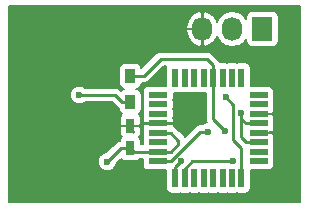
<source format=gbl>
G04 #@! TF.FileFunction,Copper,L2,Bot,Signal*
%FSLAX46Y46*%
G04 Gerber Fmt 4.6, Leading zero omitted, Abs format (unit mm)*
G04 Created by KiCad (PCBNEW 4.0.1-stable) date Monday, January 04, 2016 'pmt' 12:50:12 pm*
%MOMM*%
G01*
G04 APERTURE LIST*
%ADD10C,0.100000*%
%ADD11R,0.750000X1.200000*%
%ADD12R,1.727200X2.032000*%
%ADD13O,1.727200X2.032000*%
%ADD14R,0.900000X1.200000*%
%ADD15R,1.600000X0.550000*%
%ADD16R,0.550000X1.600000*%
%ADD17C,0.600000*%
%ADD18C,0.250000*%
%ADD19C,0.200000*%
G04 APERTURE END LIST*
D10*
D11*
X134366000Y-130744000D03*
X134366000Y-128844000D03*
D12*
X145542000Y-120650000D03*
D13*
X143002000Y-120650000D03*
X140462000Y-120650000D03*
D14*
X134366000Y-124630000D03*
X134366000Y-126830000D03*
D15*
X145220000Y-126232000D03*
X145220000Y-127032000D03*
X145220000Y-127832000D03*
X145220000Y-128632000D03*
X145220000Y-129432000D03*
X145220000Y-130232000D03*
X145220000Y-131032000D03*
X145220000Y-131832000D03*
D16*
X143770000Y-133282000D03*
X142970000Y-133282000D03*
X142170000Y-133282000D03*
X141370000Y-133282000D03*
X140570000Y-133282000D03*
X139770000Y-133282000D03*
X138970000Y-133282000D03*
X138170000Y-133282000D03*
D15*
X136720000Y-131832000D03*
X136720000Y-131032000D03*
X136720000Y-130232000D03*
X136720000Y-129432000D03*
X136720000Y-128632000D03*
X136720000Y-127832000D03*
X136720000Y-127032000D03*
X136720000Y-126232000D03*
D16*
X138170000Y-124782000D03*
X138970000Y-124782000D03*
X139770000Y-124782000D03*
X140570000Y-124782000D03*
X141370000Y-124782000D03*
X142170000Y-124782000D03*
X142970000Y-124782000D03*
X143770000Y-124782000D03*
D17*
X130048000Y-126238000D03*
X132422835Y-131891117D03*
X143764000Y-127762000D03*
X131664339Y-129278523D03*
X130959476Y-128941411D03*
X147347577Y-134825499D03*
X142448919Y-126445279D03*
X143037598Y-131826000D03*
X138684000Y-131826000D03*
X140932991Y-129351839D03*
X142405298Y-129289888D03*
D18*
X133074000Y-126238000D02*
X130048000Y-126238000D01*
X134366000Y-126830000D02*
X133666000Y-126830000D01*
X133666000Y-126830000D02*
X133074000Y-126238000D01*
X134366000Y-130744000D02*
X133569952Y-130744000D01*
X132722834Y-131591118D02*
X132422835Y-131891117D01*
X133569952Y-130744000D02*
X132722834Y-131591118D01*
X136720000Y-131032000D02*
X134654000Y-131032000D01*
X134654000Y-131032000D02*
X134366000Y-130744000D01*
X145220000Y-130232000D02*
X144170000Y-130232000D01*
X144170000Y-130232000D02*
X143764000Y-129826000D01*
X143764000Y-129826000D02*
X143764000Y-128226000D01*
X145220000Y-128632000D02*
X144170000Y-128632000D01*
X144170000Y-128632000D02*
X143764000Y-128226000D01*
X143764000Y-128226000D02*
X143764000Y-127762000D01*
X138430000Y-130372000D02*
X138430000Y-130092000D01*
X138430000Y-130092000D02*
X137770000Y-129432000D01*
X137770000Y-129432000D02*
X136720000Y-129432000D01*
X136720000Y-131032000D02*
X137770000Y-131032000D01*
X137770000Y-131032000D02*
X138430000Y-130372000D01*
X131259475Y-129241410D02*
X130959476Y-128941411D01*
X131370065Y-129352000D02*
X131259475Y-129241410D01*
X131384000Y-129352000D02*
X131370065Y-129352000D01*
X134554000Y-129286000D02*
X134620000Y-129352000D01*
X143089644Y-127086004D02*
X142448919Y-126445279D01*
X143089644Y-130014149D02*
X143089644Y-127086004D01*
X143770000Y-130694505D02*
X143089644Y-130014149D01*
X143770000Y-133282000D02*
X143770000Y-130694505D01*
X139609002Y-131826000D02*
X143037598Y-131826000D01*
X138970000Y-132465002D02*
X139609002Y-131826000D01*
X138970000Y-133282000D02*
X138970000Y-132465002D01*
X138170000Y-133282000D02*
X138170000Y-132340000D01*
X138170000Y-132340000D02*
X138684000Y-131826000D01*
X140250161Y-129351839D02*
X140932991Y-129351839D01*
X137770000Y-131832000D02*
X140250161Y-129351839D01*
X136720000Y-131832000D02*
X137770000Y-131832000D01*
X141370000Y-128254590D02*
X142405298Y-129289888D01*
X141370000Y-124782000D02*
X141370000Y-128254590D01*
X136930000Y-123190000D02*
X135490000Y-124630000D01*
X135490000Y-124630000D02*
X134366000Y-124630000D01*
X141370000Y-123732000D02*
X141370000Y-124782000D01*
X140828000Y-123190000D02*
X141370000Y-123732000D01*
X136930000Y-123190000D02*
X140828000Y-123190000D01*
D19*
G36*
X148744000Y-135282000D02*
X124052000Y-135282000D01*
X124052000Y-126396432D01*
X129247861Y-126396432D01*
X129369397Y-126690572D01*
X129594245Y-126915812D01*
X129888172Y-127037861D01*
X130206432Y-127038139D01*
X130500572Y-126916603D01*
X130554268Y-126863000D01*
X132815116Y-126863000D01*
X133224056Y-127271939D01*
X133224058Y-127271942D01*
X133296069Y-127320058D01*
X133406205Y-127393649D01*
X133406205Y-127430000D01*
X133441069Y-127615289D01*
X133550575Y-127785465D01*
X133664552Y-127863342D01*
X133567120Y-127960773D01*
X133491000Y-128144544D01*
X133491000Y-128694000D01*
X133616000Y-128819000D01*
X134341000Y-128819000D01*
X134341000Y-128799000D01*
X134391000Y-128799000D01*
X134391000Y-128819000D01*
X135116000Y-128819000D01*
X135241000Y-128694000D01*
X135241000Y-128144544D01*
X135164880Y-127960773D01*
X135066850Y-127862743D01*
X135171465Y-127795425D01*
X135285630Y-127628339D01*
X135325795Y-127430000D01*
X135325795Y-126230000D01*
X135290931Y-126044711D01*
X135181425Y-125874535D01*
X135014339Y-125760370D01*
X134866145Y-125730360D01*
X135001289Y-125704931D01*
X135171465Y-125595425D01*
X135285630Y-125428339D01*
X135320732Y-125255000D01*
X135490000Y-125255000D01*
X135729177Y-125207425D01*
X135931942Y-125071942D01*
X137188883Y-123815000D01*
X137419024Y-123815000D01*
X137385205Y-123982000D01*
X137385205Y-125447205D01*
X135920000Y-125447205D01*
X135734711Y-125482069D01*
X135564535Y-125591575D01*
X135450370Y-125758661D01*
X135410205Y-125957000D01*
X135410205Y-126507000D01*
X135434589Y-126636590D01*
X135410205Y-126757000D01*
X135410205Y-127307000D01*
X135434589Y-127436590D01*
X135410205Y-127557000D01*
X135410205Y-128107000D01*
X135432743Y-128226780D01*
X135420000Y-128257544D01*
X135420000Y-128482000D01*
X135545000Y-128607000D01*
X135871631Y-128607000D01*
X135920000Y-128616795D01*
X137520000Y-128616795D01*
X137572057Y-128607000D01*
X137895000Y-128607000D01*
X138020000Y-128482000D01*
X138020000Y-128257544D01*
X138006103Y-128223994D01*
X138029795Y-128107000D01*
X138029795Y-127557000D01*
X138005411Y-127427410D01*
X138029795Y-127307000D01*
X138029795Y-126757000D01*
X138005411Y-126627410D01*
X138029795Y-126507000D01*
X138029795Y-126091795D01*
X138445000Y-126091795D01*
X138574590Y-126067411D01*
X138695000Y-126091795D01*
X139245000Y-126091795D01*
X139374590Y-126067411D01*
X139495000Y-126091795D01*
X140045000Y-126091795D01*
X140174590Y-126067411D01*
X140295000Y-126091795D01*
X140745000Y-126091795D01*
X140745000Y-128254590D01*
X140792575Y-128493767D01*
X140831318Y-128551750D01*
X140774559Y-128551700D01*
X140480419Y-128673236D01*
X140426723Y-128726839D01*
X140250161Y-128726839D01*
X140010983Y-128774414D01*
X139808219Y-128909897D01*
X138950495Y-129767621D01*
X138871942Y-129650058D01*
X138211942Y-128990058D01*
X138020000Y-128861807D01*
X138020000Y-128782000D01*
X137895000Y-128657000D01*
X137568369Y-128657000D01*
X137520000Y-128647205D01*
X135920000Y-128647205D01*
X135867943Y-128657000D01*
X135545000Y-128657000D01*
X135420000Y-128782000D01*
X135420000Y-129006456D01*
X135433897Y-129040006D01*
X135410205Y-129157000D01*
X135410205Y-129707000D01*
X135434589Y-129836590D01*
X135410205Y-129957000D01*
X135410205Y-130407000D01*
X135250795Y-130407000D01*
X135250795Y-130144000D01*
X135215931Y-129958711D01*
X135106425Y-129788535D01*
X135104730Y-129787377D01*
X135164880Y-129727227D01*
X135241000Y-129543456D01*
X135241000Y-128994000D01*
X135116000Y-128869000D01*
X134391000Y-128869000D01*
X134391000Y-128889000D01*
X134341000Y-128889000D01*
X134341000Y-128869000D01*
X133616000Y-128869000D01*
X133491000Y-128994000D01*
X133491000Y-129543456D01*
X133567120Y-129727227D01*
X133628607Y-129788714D01*
X133521370Y-129945661D01*
X133482755Y-130136344D01*
X133330775Y-130166575D01*
X133128010Y-130302058D01*
X132339025Y-131091043D01*
X132264403Y-131090978D01*
X131970263Y-131212514D01*
X131745023Y-131437362D01*
X131622974Y-131731289D01*
X131622696Y-132049549D01*
X131744232Y-132343689D01*
X131969080Y-132568929D01*
X132263007Y-132690978D01*
X132581267Y-132691256D01*
X132875407Y-132569720D01*
X133100647Y-132344872D01*
X133222696Y-132050945D01*
X133222762Y-131975074D01*
X133575770Y-131622066D01*
X133625575Y-131699465D01*
X133792661Y-131813630D01*
X133991000Y-131853795D01*
X134741000Y-131853795D01*
X134926289Y-131818931D01*
X135096465Y-131709425D01*
X135132285Y-131657000D01*
X135410205Y-131657000D01*
X135410205Y-132107000D01*
X135445069Y-132292289D01*
X135554575Y-132462465D01*
X135721661Y-132576630D01*
X135920000Y-132616795D01*
X137385205Y-132616795D01*
X137385205Y-134082000D01*
X137420069Y-134267289D01*
X137529575Y-134437465D01*
X137696661Y-134551630D01*
X137895000Y-134591795D01*
X138445000Y-134591795D01*
X138574590Y-134567411D01*
X138695000Y-134591795D01*
X139245000Y-134591795D01*
X139374590Y-134567411D01*
X139495000Y-134591795D01*
X140045000Y-134591795D01*
X140174590Y-134567411D01*
X140295000Y-134591795D01*
X140845000Y-134591795D01*
X140974590Y-134567411D01*
X141095000Y-134591795D01*
X141645000Y-134591795D01*
X141774590Y-134567411D01*
X141895000Y-134591795D01*
X142445000Y-134591795D01*
X142574590Y-134567411D01*
X142695000Y-134591795D01*
X143245000Y-134591795D01*
X143374590Y-134567411D01*
X143495000Y-134591795D01*
X144045000Y-134591795D01*
X144230289Y-134556931D01*
X144400465Y-134447425D01*
X144514630Y-134280339D01*
X144554795Y-134082000D01*
X144554795Y-132616795D01*
X146020000Y-132616795D01*
X146205289Y-132581931D01*
X146375465Y-132472425D01*
X146489630Y-132305339D01*
X146529795Y-132107000D01*
X146529795Y-131557000D01*
X146505411Y-131427410D01*
X146529795Y-131307000D01*
X146529795Y-130757000D01*
X146505411Y-130627410D01*
X146529795Y-130507000D01*
X146529795Y-129957000D01*
X146507257Y-129837220D01*
X146520000Y-129806456D01*
X146520000Y-129582000D01*
X146395000Y-129457000D01*
X146068369Y-129457000D01*
X146020000Y-129447205D01*
X145175000Y-129447205D01*
X145175000Y-129416795D01*
X146020000Y-129416795D01*
X146072057Y-129407000D01*
X146395000Y-129407000D01*
X146520000Y-129282000D01*
X146520000Y-129057544D01*
X146506103Y-129023994D01*
X146529795Y-128907000D01*
X146529795Y-128357000D01*
X146507257Y-128237220D01*
X146520000Y-128206456D01*
X146520000Y-127982000D01*
X146395000Y-127857000D01*
X146068369Y-127857000D01*
X146020000Y-127847205D01*
X145175000Y-127847205D01*
X145175000Y-127816795D01*
X146020000Y-127816795D01*
X146072057Y-127807000D01*
X146395000Y-127807000D01*
X146520000Y-127682000D01*
X146520000Y-127457544D01*
X146506103Y-127423994D01*
X146529795Y-127307000D01*
X146529795Y-126757000D01*
X146505411Y-126627410D01*
X146529795Y-126507000D01*
X146529795Y-125957000D01*
X146494931Y-125771711D01*
X146385425Y-125601535D01*
X146218339Y-125487370D01*
X146020000Y-125447205D01*
X144554795Y-125447205D01*
X144554795Y-123982000D01*
X144519931Y-123796711D01*
X144410425Y-123626535D01*
X144243339Y-123512370D01*
X144045000Y-123472205D01*
X143495000Y-123472205D01*
X143365410Y-123496589D01*
X143245000Y-123472205D01*
X142695000Y-123472205D01*
X142565410Y-123496589D01*
X142445000Y-123472205D01*
X141933649Y-123472205D01*
X141811942Y-123290058D01*
X141269942Y-122748058D01*
X141067177Y-122612575D01*
X140828000Y-122565000D01*
X136930005Y-122565000D01*
X136930000Y-122564999D01*
X136690823Y-122612575D01*
X136488058Y-122748058D01*
X136488056Y-122748061D01*
X135306842Y-123929274D01*
X135290931Y-123844711D01*
X135181425Y-123674535D01*
X135014339Y-123560370D01*
X134816000Y-123520205D01*
X133916000Y-123520205D01*
X133730711Y-123555069D01*
X133560535Y-123664575D01*
X133446370Y-123831661D01*
X133406205Y-124030000D01*
X133406205Y-125230000D01*
X133441069Y-125415289D01*
X133550575Y-125585465D01*
X133717661Y-125699630D01*
X133865855Y-125729640D01*
X133730711Y-125755069D01*
X133575092Y-125855208D01*
X133515942Y-125796058D01*
X133313177Y-125660575D01*
X133074000Y-125613000D01*
X130554475Y-125613000D01*
X130501755Y-125560188D01*
X130207828Y-125438139D01*
X129889568Y-125437861D01*
X129595428Y-125559397D01*
X129370188Y-125784245D01*
X129248139Y-126078172D01*
X129247861Y-126396432D01*
X124052000Y-126396432D01*
X124052000Y-120675000D01*
X139098400Y-120675000D01*
X139098400Y-120827400D01*
X139211765Y-121347324D01*
X139515467Y-121784288D01*
X139963270Y-122071769D01*
X140224030Y-122145075D01*
X140437000Y-122040748D01*
X140437000Y-120675000D01*
X139098400Y-120675000D01*
X124052000Y-120675000D01*
X124052000Y-120472600D01*
X139098400Y-120472600D01*
X139098400Y-120625000D01*
X140437000Y-120625000D01*
X140437000Y-119259252D01*
X140487000Y-119259252D01*
X140487000Y-120625000D01*
X140507000Y-120625000D01*
X140507000Y-120675000D01*
X140487000Y-120675000D01*
X140487000Y-122040748D01*
X140699970Y-122145075D01*
X140960730Y-122071769D01*
X141408533Y-121784288D01*
X141712235Y-121347324D01*
X141727217Y-121278612D01*
X141742198Y-121353927D01*
X142037789Y-121796311D01*
X142480173Y-122091902D01*
X143002000Y-122195700D01*
X143523827Y-122091902D01*
X143966211Y-121796311D01*
X144168605Y-121493406D01*
X144168605Y-121666000D01*
X144203469Y-121851289D01*
X144312975Y-122021465D01*
X144480061Y-122135630D01*
X144678400Y-122175795D01*
X146405600Y-122175795D01*
X146590889Y-122140931D01*
X146761065Y-122031425D01*
X146875230Y-121864339D01*
X146915395Y-121666000D01*
X146915395Y-119634000D01*
X146880531Y-119448711D01*
X146771025Y-119278535D01*
X146603939Y-119164370D01*
X146405600Y-119124205D01*
X144678400Y-119124205D01*
X144493111Y-119159069D01*
X144322935Y-119268575D01*
X144208770Y-119435661D01*
X144168605Y-119634000D01*
X144168605Y-119806594D01*
X143966211Y-119503689D01*
X143523827Y-119208098D01*
X143002000Y-119104300D01*
X142480173Y-119208098D01*
X142037789Y-119503689D01*
X141742198Y-119946073D01*
X141727217Y-120021388D01*
X141712235Y-119952676D01*
X141408533Y-119515712D01*
X140960730Y-119228231D01*
X140699970Y-119154925D01*
X140487000Y-119259252D01*
X140437000Y-119259252D01*
X140224030Y-119154925D01*
X139963270Y-119228231D01*
X139515467Y-119515712D01*
X139211765Y-119952676D01*
X139098400Y-120472600D01*
X124052000Y-120472600D01*
X124052000Y-118718000D01*
X148744000Y-118718000D01*
X148744000Y-135282000D01*
X148744000Y-135282000D01*
G37*
X148744000Y-135282000D02*
X124052000Y-135282000D01*
X124052000Y-126396432D01*
X129247861Y-126396432D01*
X129369397Y-126690572D01*
X129594245Y-126915812D01*
X129888172Y-127037861D01*
X130206432Y-127038139D01*
X130500572Y-126916603D01*
X130554268Y-126863000D01*
X132815116Y-126863000D01*
X133224056Y-127271939D01*
X133224058Y-127271942D01*
X133296069Y-127320058D01*
X133406205Y-127393649D01*
X133406205Y-127430000D01*
X133441069Y-127615289D01*
X133550575Y-127785465D01*
X133664552Y-127863342D01*
X133567120Y-127960773D01*
X133491000Y-128144544D01*
X133491000Y-128694000D01*
X133616000Y-128819000D01*
X134341000Y-128819000D01*
X134341000Y-128799000D01*
X134391000Y-128799000D01*
X134391000Y-128819000D01*
X135116000Y-128819000D01*
X135241000Y-128694000D01*
X135241000Y-128144544D01*
X135164880Y-127960773D01*
X135066850Y-127862743D01*
X135171465Y-127795425D01*
X135285630Y-127628339D01*
X135325795Y-127430000D01*
X135325795Y-126230000D01*
X135290931Y-126044711D01*
X135181425Y-125874535D01*
X135014339Y-125760370D01*
X134866145Y-125730360D01*
X135001289Y-125704931D01*
X135171465Y-125595425D01*
X135285630Y-125428339D01*
X135320732Y-125255000D01*
X135490000Y-125255000D01*
X135729177Y-125207425D01*
X135931942Y-125071942D01*
X137188883Y-123815000D01*
X137419024Y-123815000D01*
X137385205Y-123982000D01*
X137385205Y-125447205D01*
X135920000Y-125447205D01*
X135734711Y-125482069D01*
X135564535Y-125591575D01*
X135450370Y-125758661D01*
X135410205Y-125957000D01*
X135410205Y-126507000D01*
X135434589Y-126636590D01*
X135410205Y-126757000D01*
X135410205Y-127307000D01*
X135434589Y-127436590D01*
X135410205Y-127557000D01*
X135410205Y-128107000D01*
X135432743Y-128226780D01*
X135420000Y-128257544D01*
X135420000Y-128482000D01*
X135545000Y-128607000D01*
X135871631Y-128607000D01*
X135920000Y-128616795D01*
X137520000Y-128616795D01*
X137572057Y-128607000D01*
X137895000Y-128607000D01*
X138020000Y-128482000D01*
X138020000Y-128257544D01*
X138006103Y-128223994D01*
X138029795Y-128107000D01*
X138029795Y-127557000D01*
X138005411Y-127427410D01*
X138029795Y-127307000D01*
X138029795Y-126757000D01*
X138005411Y-126627410D01*
X138029795Y-126507000D01*
X138029795Y-126091795D01*
X138445000Y-126091795D01*
X138574590Y-126067411D01*
X138695000Y-126091795D01*
X139245000Y-126091795D01*
X139374590Y-126067411D01*
X139495000Y-126091795D01*
X140045000Y-126091795D01*
X140174590Y-126067411D01*
X140295000Y-126091795D01*
X140745000Y-126091795D01*
X140745000Y-128254590D01*
X140792575Y-128493767D01*
X140831318Y-128551750D01*
X140774559Y-128551700D01*
X140480419Y-128673236D01*
X140426723Y-128726839D01*
X140250161Y-128726839D01*
X140010983Y-128774414D01*
X139808219Y-128909897D01*
X138950495Y-129767621D01*
X138871942Y-129650058D01*
X138211942Y-128990058D01*
X138020000Y-128861807D01*
X138020000Y-128782000D01*
X137895000Y-128657000D01*
X137568369Y-128657000D01*
X137520000Y-128647205D01*
X135920000Y-128647205D01*
X135867943Y-128657000D01*
X135545000Y-128657000D01*
X135420000Y-128782000D01*
X135420000Y-129006456D01*
X135433897Y-129040006D01*
X135410205Y-129157000D01*
X135410205Y-129707000D01*
X135434589Y-129836590D01*
X135410205Y-129957000D01*
X135410205Y-130407000D01*
X135250795Y-130407000D01*
X135250795Y-130144000D01*
X135215931Y-129958711D01*
X135106425Y-129788535D01*
X135104730Y-129787377D01*
X135164880Y-129727227D01*
X135241000Y-129543456D01*
X135241000Y-128994000D01*
X135116000Y-128869000D01*
X134391000Y-128869000D01*
X134391000Y-128889000D01*
X134341000Y-128889000D01*
X134341000Y-128869000D01*
X133616000Y-128869000D01*
X133491000Y-128994000D01*
X133491000Y-129543456D01*
X133567120Y-129727227D01*
X133628607Y-129788714D01*
X133521370Y-129945661D01*
X133482755Y-130136344D01*
X133330775Y-130166575D01*
X133128010Y-130302058D01*
X132339025Y-131091043D01*
X132264403Y-131090978D01*
X131970263Y-131212514D01*
X131745023Y-131437362D01*
X131622974Y-131731289D01*
X131622696Y-132049549D01*
X131744232Y-132343689D01*
X131969080Y-132568929D01*
X132263007Y-132690978D01*
X132581267Y-132691256D01*
X132875407Y-132569720D01*
X133100647Y-132344872D01*
X133222696Y-132050945D01*
X133222762Y-131975074D01*
X133575770Y-131622066D01*
X133625575Y-131699465D01*
X133792661Y-131813630D01*
X133991000Y-131853795D01*
X134741000Y-131853795D01*
X134926289Y-131818931D01*
X135096465Y-131709425D01*
X135132285Y-131657000D01*
X135410205Y-131657000D01*
X135410205Y-132107000D01*
X135445069Y-132292289D01*
X135554575Y-132462465D01*
X135721661Y-132576630D01*
X135920000Y-132616795D01*
X137385205Y-132616795D01*
X137385205Y-134082000D01*
X137420069Y-134267289D01*
X137529575Y-134437465D01*
X137696661Y-134551630D01*
X137895000Y-134591795D01*
X138445000Y-134591795D01*
X138574590Y-134567411D01*
X138695000Y-134591795D01*
X139245000Y-134591795D01*
X139374590Y-134567411D01*
X139495000Y-134591795D01*
X140045000Y-134591795D01*
X140174590Y-134567411D01*
X140295000Y-134591795D01*
X140845000Y-134591795D01*
X140974590Y-134567411D01*
X141095000Y-134591795D01*
X141645000Y-134591795D01*
X141774590Y-134567411D01*
X141895000Y-134591795D01*
X142445000Y-134591795D01*
X142574590Y-134567411D01*
X142695000Y-134591795D01*
X143245000Y-134591795D01*
X143374590Y-134567411D01*
X143495000Y-134591795D01*
X144045000Y-134591795D01*
X144230289Y-134556931D01*
X144400465Y-134447425D01*
X144514630Y-134280339D01*
X144554795Y-134082000D01*
X144554795Y-132616795D01*
X146020000Y-132616795D01*
X146205289Y-132581931D01*
X146375465Y-132472425D01*
X146489630Y-132305339D01*
X146529795Y-132107000D01*
X146529795Y-131557000D01*
X146505411Y-131427410D01*
X146529795Y-131307000D01*
X146529795Y-130757000D01*
X146505411Y-130627410D01*
X146529795Y-130507000D01*
X146529795Y-129957000D01*
X146507257Y-129837220D01*
X146520000Y-129806456D01*
X146520000Y-129582000D01*
X146395000Y-129457000D01*
X146068369Y-129457000D01*
X146020000Y-129447205D01*
X145175000Y-129447205D01*
X145175000Y-129416795D01*
X146020000Y-129416795D01*
X146072057Y-129407000D01*
X146395000Y-129407000D01*
X146520000Y-129282000D01*
X146520000Y-129057544D01*
X146506103Y-129023994D01*
X146529795Y-128907000D01*
X146529795Y-128357000D01*
X146507257Y-128237220D01*
X146520000Y-128206456D01*
X146520000Y-127982000D01*
X146395000Y-127857000D01*
X146068369Y-127857000D01*
X146020000Y-127847205D01*
X145175000Y-127847205D01*
X145175000Y-127816795D01*
X146020000Y-127816795D01*
X146072057Y-127807000D01*
X146395000Y-127807000D01*
X146520000Y-127682000D01*
X146520000Y-127457544D01*
X146506103Y-127423994D01*
X146529795Y-127307000D01*
X146529795Y-126757000D01*
X146505411Y-126627410D01*
X146529795Y-126507000D01*
X146529795Y-125957000D01*
X146494931Y-125771711D01*
X146385425Y-125601535D01*
X146218339Y-125487370D01*
X146020000Y-125447205D01*
X144554795Y-125447205D01*
X144554795Y-123982000D01*
X144519931Y-123796711D01*
X144410425Y-123626535D01*
X144243339Y-123512370D01*
X144045000Y-123472205D01*
X143495000Y-123472205D01*
X143365410Y-123496589D01*
X143245000Y-123472205D01*
X142695000Y-123472205D01*
X142565410Y-123496589D01*
X142445000Y-123472205D01*
X141933649Y-123472205D01*
X141811942Y-123290058D01*
X141269942Y-122748058D01*
X141067177Y-122612575D01*
X140828000Y-122565000D01*
X136930005Y-122565000D01*
X136930000Y-122564999D01*
X136690823Y-122612575D01*
X136488058Y-122748058D01*
X136488056Y-122748061D01*
X135306842Y-123929274D01*
X135290931Y-123844711D01*
X135181425Y-123674535D01*
X135014339Y-123560370D01*
X134816000Y-123520205D01*
X133916000Y-123520205D01*
X133730711Y-123555069D01*
X133560535Y-123664575D01*
X133446370Y-123831661D01*
X133406205Y-124030000D01*
X133406205Y-125230000D01*
X133441069Y-125415289D01*
X133550575Y-125585465D01*
X133717661Y-125699630D01*
X133865855Y-125729640D01*
X133730711Y-125755069D01*
X133575092Y-125855208D01*
X133515942Y-125796058D01*
X133313177Y-125660575D01*
X133074000Y-125613000D01*
X130554475Y-125613000D01*
X130501755Y-125560188D01*
X130207828Y-125438139D01*
X129889568Y-125437861D01*
X129595428Y-125559397D01*
X129370188Y-125784245D01*
X129248139Y-126078172D01*
X129247861Y-126396432D01*
X124052000Y-126396432D01*
X124052000Y-120675000D01*
X139098400Y-120675000D01*
X139098400Y-120827400D01*
X139211765Y-121347324D01*
X139515467Y-121784288D01*
X139963270Y-122071769D01*
X140224030Y-122145075D01*
X140437000Y-122040748D01*
X140437000Y-120675000D01*
X139098400Y-120675000D01*
X124052000Y-120675000D01*
X124052000Y-120472600D01*
X139098400Y-120472600D01*
X139098400Y-120625000D01*
X140437000Y-120625000D01*
X140437000Y-119259252D01*
X140487000Y-119259252D01*
X140487000Y-120625000D01*
X140507000Y-120625000D01*
X140507000Y-120675000D01*
X140487000Y-120675000D01*
X140487000Y-122040748D01*
X140699970Y-122145075D01*
X140960730Y-122071769D01*
X141408533Y-121784288D01*
X141712235Y-121347324D01*
X141727217Y-121278612D01*
X141742198Y-121353927D01*
X142037789Y-121796311D01*
X142480173Y-122091902D01*
X143002000Y-122195700D01*
X143523827Y-122091902D01*
X143966211Y-121796311D01*
X144168605Y-121493406D01*
X144168605Y-121666000D01*
X144203469Y-121851289D01*
X144312975Y-122021465D01*
X144480061Y-122135630D01*
X144678400Y-122175795D01*
X146405600Y-122175795D01*
X146590889Y-122140931D01*
X146761065Y-122031425D01*
X146875230Y-121864339D01*
X146915395Y-121666000D01*
X146915395Y-119634000D01*
X146880531Y-119448711D01*
X146771025Y-119278535D01*
X146603939Y-119164370D01*
X146405600Y-119124205D01*
X144678400Y-119124205D01*
X144493111Y-119159069D01*
X144322935Y-119268575D01*
X144208770Y-119435661D01*
X144168605Y-119634000D01*
X144168605Y-119806594D01*
X143966211Y-119503689D01*
X143523827Y-119208098D01*
X143002000Y-119104300D01*
X142480173Y-119208098D01*
X142037789Y-119503689D01*
X141742198Y-119946073D01*
X141727217Y-120021388D01*
X141712235Y-119952676D01*
X141408533Y-119515712D01*
X140960730Y-119228231D01*
X140699970Y-119154925D01*
X140487000Y-119259252D01*
X140437000Y-119259252D01*
X140224030Y-119154925D01*
X139963270Y-119228231D01*
X139515467Y-119515712D01*
X139211765Y-119952676D01*
X139098400Y-120472600D01*
X124052000Y-120472600D01*
X124052000Y-118718000D01*
X148744000Y-118718000D01*
X148744000Y-135282000D01*
M02*

</source>
